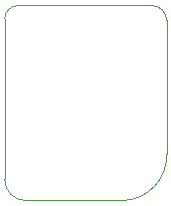
<source format=gm1>
%TF.GenerationSoftware,KiCad,Pcbnew,7.0.7*%
%TF.CreationDate,2023-12-15T10:30:33-05:00*%
%TF.ProjectId,Original Circle FES Device,4f726967-696e-4616-9c20-436972636c65,rev?*%
%TF.SameCoordinates,Original*%
%TF.FileFunction,Profile,NP*%
%FSLAX46Y46*%
G04 Gerber Fmt 4.6, Leading zero omitted, Abs format (unit mm)*
G04 Created by KiCad (PCBNEW 7.0.7) date 2023-12-15 10:30:33*
%MOMM*%
%LPD*%
G01*
G04 APERTURE LIST*
%TA.AperFunction,Profile*%
%ADD10C,0.100000*%
%TD*%
G04 APERTURE END LIST*
D10*
X124968000Y-100330000D02*
G75*
G03*
X123698000Y-99060000I-1270000J0D01*
G01*
X123698000Y-99060000D02*
X112395000Y-99060000D01*
X112395000Y-99060000D02*
G75*
G03*
X111252000Y-100203000I0J-1143000D01*
G01*
X121285000Y-115570000D02*
G75*
G03*
X124968000Y-111633000I-127000J3810000D01*
G01*
X124968000Y-100330000D02*
X124968000Y-111633000D01*
X111252000Y-113792000D02*
X111252000Y-100203000D01*
X121285000Y-115570000D02*
X113030000Y-115570000D01*
X111252000Y-113792000D02*
G75*
G03*
X113030000Y-115570000I1778000J0D01*
G01*
M02*

</source>
